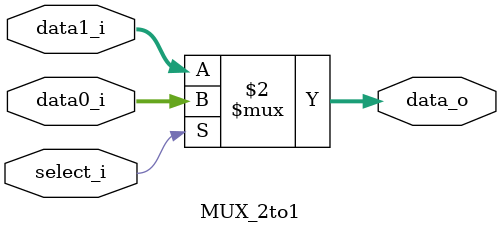
<source format=v>
module MUX_2to1 #(
    parameter DATA_W = 64
)(
       data0_i,
       data1_i,
       select_i,
       data_o
);

parameter size = 0;			   
			
//I/O ports               
input   [DATA_W-1:0] data0_i;          
input   [DATA_W-1:0] data1_i;
input              select_i;
output  [DATA_W-1:0] data_o; 

//Internal Signals
reg     [DATA_W-1:0] data_o;

//Main function
always@(*) begin
    data_o = (select_i)? data0_i: data1_i;
end

endmodule      
          
          

</source>
